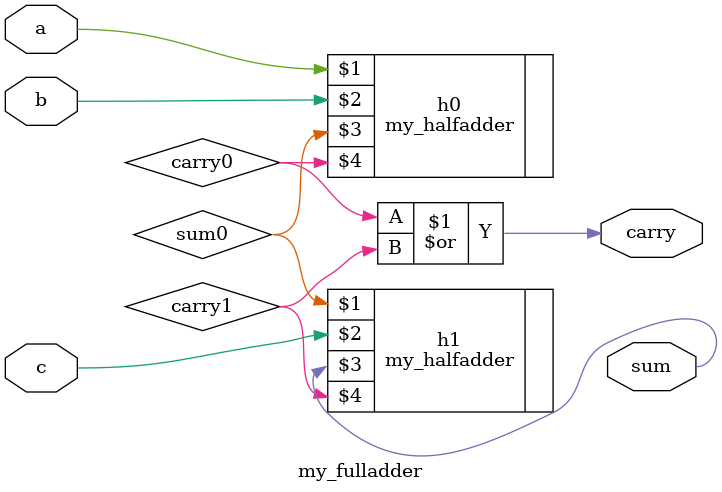
<source format=sv>
`include "my_halfadder"

module my_fulladder (input a, b, c,
                     output sum, carry);

   bit                      sum0, carry0, carry1;

   my_halfadder h0(a, b, sum0, carry0),
     h1(sum0, c, sum, carry1);
   or (carry, carry0, carry1);
endmodule

</source>
